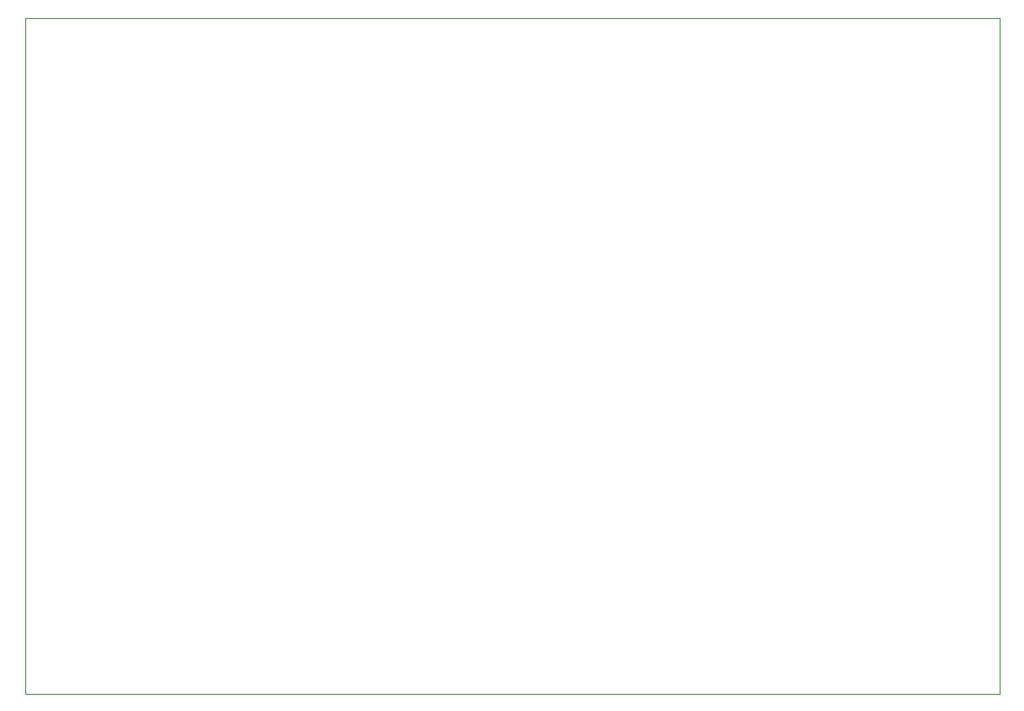
<source format=gbr>
%TF.GenerationSoftware,KiCad,Pcbnew,7.0.2*%
%TF.CreationDate,2023-06-25T21:00:02-03:00*%
%TF.ProjectId,horta,686f7274-612e-46b6-9963-61645f706362,rev?*%
%TF.SameCoordinates,Original*%
%TF.FileFunction,Profile,NP*%
%FSLAX46Y46*%
G04 Gerber Fmt 4.6, Leading zero omitted, Abs format (unit mm)*
G04 Created by KiCad (PCBNEW 7.0.2) date 2023-06-25 21:00:02*
%MOMM*%
%LPD*%
G01*
G04 APERTURE LIST*
%TA.AperFunction,Profile*%
%ADD10C,0.100000*%
%TD*%
G04 APERTURE END LIST*
D10*
X99060000Y-68580000D02*
X190500000Y-68580000D01*
X190500000Y-132080000D01*
X99060000Y-132080000D01*
X99060000Y-68580000D01*
M02*

</source>
